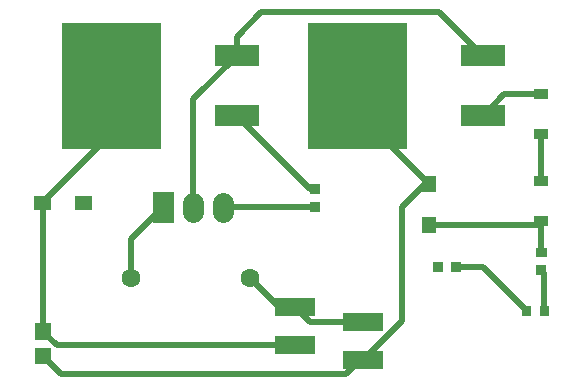
<source format=gtl>
G04 Layer: TopLayer*
G04 EasyEDA v6.4.32, 2022-06-17 11:56:41*
G04 Gerber Generator version 0.2*
G04 Scale: 100 percent, Rotated: No, Reflected: No *
G04 Dimensions in millimeters *
G04 leading zeros omitted , absolute positions ,4 integer and 5 decimal *
%FSLAX45Y45*%
%MOMM*%

%ADD11C,0.5000*%
%ADD12C,0.6200*%
%ADD13R,1.3500X1.4100*%
%ADD14R,3.5000X1.6000*%
%ADD16R,1.2000X1.4000*%
%ADD17R,1.1500X0.9500*%
%ADD20R,0.8640X0.8065*%
%ADD22C,1.6000*%
%ADD24C,1.8000*%

%LPD*%
D11*
X2349500Y5093182D02*
G01*
X2349500Y6008446D01*
X2716453Y6375400D01*
X2716453Y6375400D02*
G01*
X2716453Y6539153D01*
X2921000Y6743700D01*
X4430953Y6743700D01*
X4799253Y6375400D01*
X1079500Y3834003D02*
G01*
X1230503Y3683000D01*
X3644900Y3683000D01*
X3764305Y3802405D01*
X3784600Y3802405D01*
X5295900Y4974259D02*
G01*
X5266232Y4944592D01*
X4343400Y4944592D01*
X3213100Y4249394D02*
G01*
X3340100Y4122394D01*
X3784600Y4122394D01*
X3378200Y5093462D02*
G01*
X2603500Y5092192D01*
X2716453Y5867400D02*
G01*
X3339617Y5244236D01*
X3378200Y5244236D01*
X4343400Y5291607D02*
G01*
X3735146Y5899861D01*
X3735146Y6121400D01*
X3784600Y3802405D02*
G01*
X4114800Y4132605D01*
X4114800Y5092700D01*
X4313707Y5291607D01*
X4343400Y5291607D01*
X5169763Y4216400D02*
G01*
X4801463Y4584700D01*
X4571136Y4584700D01*
X5295900Y4560163D02*
G01*
X5320436Y4535627D01*
X5320436Y4216400D01*
X5295900Y4974259D02*
G01*
X5295900Y4710836D01*
X5295900Y5710859D02*
G01*
X5295900Y5312740D01*
X4799253Y5867400D02*
G01*
X4981193Y6049340D01*
X5295900Y6049340D01*
X2095500Y5093207D02*
G01*
X1824101Y4821809D01*
X1824101Y4495800D01*
X2824099Y4495800D02*
G01*
X3070504Y4249394D01*
X3213100Y4249394D01*
X1079500Y4039996D02*
G01*
X1190091Y3929405D01*
X3213100Y3929405D01*
X1071092Y5130800D02*
G01*
X1652346Y5712053D01*
X1652346Y6121400D01*
X1071092Y5130800D02*
G01*
X1079500Y5122392D01*
X1079500Y4039994D01*
G36*
X1147000Y3969499D02*
G01*
X1011999Y3969499D01*
X1011999Y4110499D01*
X1147000Y4110499D01*
G37*
D13*
G01*
X1079500Y3834003D03*
D14*
G01*
X3784600Y3802405D03*
G01*
X3784600Y4122394D03*
G01*
X3213100Y4249394D03*
G01*
X3213100Y3929405D03*
G36*
X1348094Y5190799D02*
G01*
X1488097Y5190799D01*
X1488097Y5070800D01*
X1348094Y5070800D01*
G37*
G36*
X1001102Y5190799D02*
G01*
X1141105Y5190799D01*
X1141105Y5070800D01*
X1001102Y5070800D01*
G37*
D16*
G01*
X4343400Y4944592D03*
G01*
X4343400Y5291607D03*
D17*
G01*
X5295900Y4974259D03*
G01*
X5295900Y5312740D03*
G01*
X5295900Y5710859D03*
G01*
X5295900Y6049340D03*
G36*
X2531463Y5957399D02*
G01*
X2901464Y5957399D01*
X2901464Y5777400D01*
X2531463Y5777400D01*
G37*
G36*
X2531463Y6465399D02*
G01*
X2901464Y6465399D01*
X2901464Y6285400D01*
X2531463Y6285400D01*
G37*
G36*
X1232334Y6651800D02*
G01*
X2072335Y6651800D01*
X2072335Y5590999D01*
X1232334Y5590999D01*
G37*
G36*
X4614263Y5957399D02*
G01*
X4984264Y5957399D01*
X4984264Y5777400D01*
X4614263Y5777400D01*
G37*
G36*
X4614263Y6465399D02*
G01*
X4984264Y6465399D01*
X4984264Y6285400D01*
X4614263Y6285400D01*
G37*
G36*
X3315134Y6651800D02*
G01*
X4155135Y6651800D01*
X4155135Y5590999D01*
X3315134Y5590999D01*
G37*
G36*
X5339100Y4670501D02*
G01*
X5252699Y4670501D01*
X5252699Y4751148D01*
X5339100Y4751148D01*
G37*
D20*
G01*
X5295900Y4560163D03*
G36*
X3334999Y5133898D02*
G01*
X3421400Y5133898D01*
X3421400Y5053251D01*
X3334999Y5053251D01*
G37*
G01*
X3378200Y5244236D03*
G36*
X4460798Y4627900D02*
G01*
X4460798Y4541499D01*
X4380151Y4541499D01*
X4380151Y4627900D01*
G37*
G36*
X4530801Y4627900D02*
G01*
X4530801Y4541499D01*
X4611448Y4541499D01*
X4611448Y4627900D01*
G37*
G36*
X5210098Y4259600D02*
G01*
X5210098Y4173199D01*
X5129451Y4173199D01*
X5129451Y4259600D01*
G37*
G36*
X5280101Y4259600D02*
G01*
X5280101Y4173199D01*
X5360748Y4173199D01*
X5360748Y4259600D01*
G37*
D22*
G01*
X1824101Y4495800D03*
G01*
X2824099Y4495800D03*
G36*
X2005487Y5223195D02*
G01*
X2185487Y5223195D01*
X2185487Y4963195D01*
X2005487Y4963195D01*
G37*
D12*
G01*
X1418107Y5143500D03*
G01*
X3378200Y5093563D03*
G01*
X3378200Y5244236D03*
G01*
X4799253Y5867400D03*
G01*
X1079500Y4039996D03*
G01*
X4343400Y4944592D03*
G01*
X4571136Y4584700D03*
G01*
X4420463Y4584700D03*
G01*
X1071092Y5143500D03*
D24*
X2349500Y5133182D02*
G01*
X2349500Y5053182D01*
X2603525Y5132191D02*
G01*
X2603525Y5052192D01*
M02*

</source>
